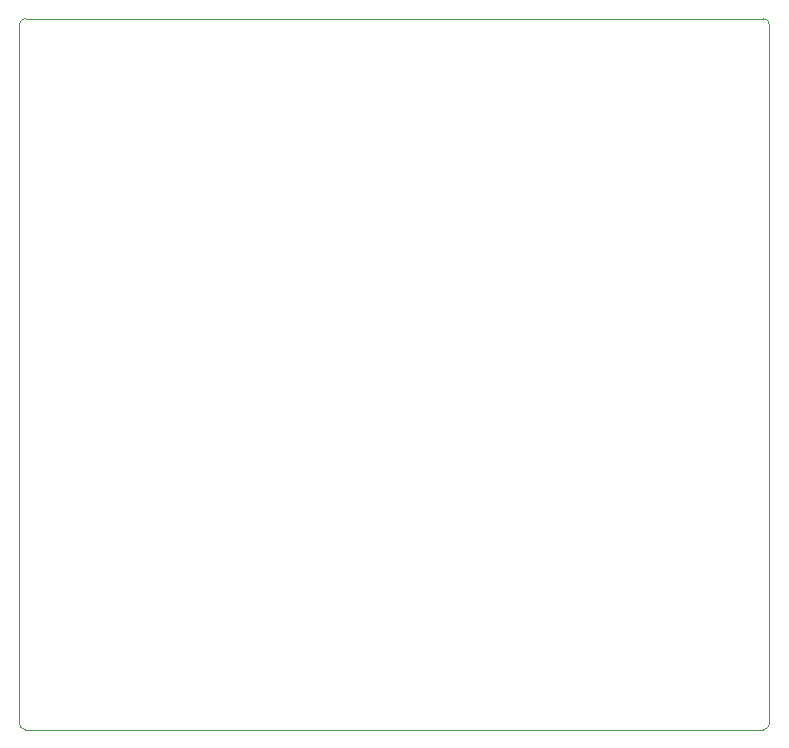
<source format=gbr>
%TF.GenerationSoftware,KiCad,Pcbnew,(6.0.1-0)*%
%TF.CreationDate,2022-12-23T21:27:24-08:00*%
%TF.ProjectId,ESC Daughterboard,45534320-4461-4756-9768-746572626f61,rev?*%
%TF.SameCoordinates,Original*%
%TF.FileFunction,Profile,NP*%
%FSLAX46Y46*%
G04 Gerber Fmt 4.6, Leading zero omitted, Abs format (unit mm)*
G04 Created by KiCad (PCBNEW (6.0.1-0)) date 2022-12-23 21:27:24*
%MOMM*%
%LPD*%
G01*
G04 APERTURE LIST*
%TA.AperFunction,Profile*%
%ADD10C,0.100000*%
%TD*%
G04 APERTURE END LIST*
D10*
X172999999Y-63510000D02*
G75*
G03*
X172500000Y-63000000I-505123J4879D01*
G01*
X172490000Y-123200000D02*
G75*
G03*
X173001482Y-122704412I10722J500671D01*
G01*
X109498982Y-122680801D02*
G75*
G03*
X109994570Y-123200000I508354J-10888D01*
G01*
X110021971Y-62999455D02*
G75*
G03*
X109500000Y-63500000I-10945J-511016D01*
G01*
X172500000Y-63000000D02*
X110021971Y-62999455D01*
X173001482Y-122704412D02*
X173000000Y-63510000D01*
X109500000Y-63500000D02*
X109498982Y-122680801D01*
X109994570Y-123200000D02*
X172490000Y-123200000D01*
M02*

</source>
